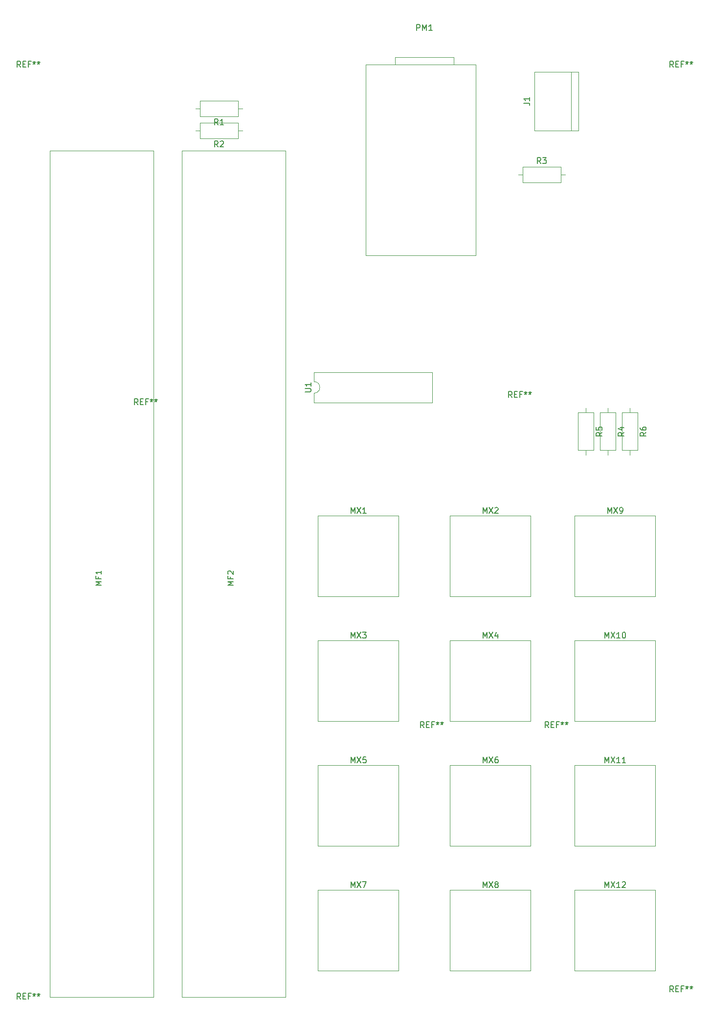
<source format=gbr>
%TF.GenerationSoftware,KiCad,Pcbnew,(5.1.8)-1*%
%TF.CreationDate,2020-12-16T01:27:46+01:00*%
%TF.ProjectId,pcb,7063622e-6b69-4636-9164-5f7063625858,rev?*%
%TF.SameCoordinates,Original*%
%TF.FileFunction,Legend,Top*%
%TF.FilePolarity,Positive*%
%FSLAX46Y46*%
G04 Gerber Fmt 4.6, Leading zero omitted, Abs format (unit mm)*
G04 Created by KiCad (PCBNEW (5.1.8)-1) date 2020-12-16 01:27:46*
%MOMM*%
%LPD*%
G01*
G04 APERTURE LIST*
%ADD10C,0.120000*%
%ADD11C,0.150000*%
G04 APERTURE END LIST*
D10*
%TO.C,MF2*%
X49420000Y-174100000D02*
X67420000Y-174100000D01*
X49420000Y-27600000D02*
X49420000Y-174100000D01*
X67420000Y-27600000D02*
X49420000Y-27600000D01*
X67420000Y-174100000D02*
X67420000Y-27600000D01*
%TO.C,MX1*%
X73025000Y-90805000D02*
X86995000Y-90805000D01*
X86995000Y-90805000D02*
X86995000Y-104775000D01*
X86995000Y-104775000D02*
X73025000Y-104775000D01*
X73025000Y-104775000D02*
X73025000Y-90805000D01*
%TO.C,PM1*%
X96520000Y-11430000D02*
X96520000Y-12700000D01*
X86360000Y-11430000D02*
X96520000Y-11430000D01*
X86360000Y-12700000D02*
X86360000Y-11430000D01*
X81280000Y-12700000D02*
X81280000Y-15240000D01*
X100330000Y-12700000D02*
X81280000Y-12700000D01*
X100330000Y-45720000D02*
X100330000Y-12700000D01*
X81280000Y-45720000D02*
X100330000Y-45720000D01*
X81280000Y-15240000D02*
X81280000Y-45720000D01*
%TO.C,J1*%
X118110000Y-24130000D02*
X118110000Y-13970000D01*
X110490000Y-24130000D02*
X118110000Y-24130000D01*
X110490000Y-13970000D02*
X110490000Y-24130000D01*
X118110000Y-13970000D02*
X110490000Y-13970000D01*
X116840000Y-13970000D02*
X116840000Y-24130000D01*
%TO.C,MF1*%
X44560000Y-174100000D02*
X44560000Y-27600000D01*
X44560000Y-27600000D02*
X26560000Y-27600000D01*
X26560000Y-27600000D02*
X26560000Y-174100000D01*
X26560000Y-174100000D02*
X44560000Y-174100000D01*
%TO.C,MX2*%
X95885000Y-104775000D02*
X95885000Y-90805000D01*
X109855000Y-104775000D02*
X95885000Y-104775000D01*
X109855000Y-90805000D02*
X109855000Y-104775000D01*
X95885000Y-90805000D02*
X109855000Y-90805000D01*
%TO.C,MX3*%
X73025000Y-126365000D02*
X73025000Y-112395000D01*
X86995000Y-126365000D02*
X73025000Y-126365000D01*
X86995000Y-112395000D02*
X86995000Y-126365000D01*
X73025000Y-112395000D02*
X86995000Y-112395000D01*
%TO.C,MX4*%
X95885000Y-112395000D02*
X109855000Y-112395000D01*
X109855000Y-112395000D02*
X109855000Y-126365000D01*
X109855000Y-126365000D02*
X95885000Y-126365000D01*
X95885000Y-126365000D02*
X95885000Y-112395000D01*
%TO.C,MX5*%
X73025000Y-133985000D02*
X86995000Y-133985000D01*
X86995000Y-133985000D02*
X86995000Y-147955000D01*
X86995000Y-147955000D02*
X73025000Y-147955000D01*
X73025000Y-147955000D02*
X73025000Y-133985000D01*
%TO.C,MX6*%
X95885000Y-147955000D02*
X95885000Y-133985000D01*
X109855000Y-147955000D02*
X95885000Y-147955000D01*
X109855000Y-133985000D02*
X109855000Y-147955000D01*
X95885000Y-133985000D02*
X109855000Y-133985000D01*
%TO.C,MX7*%
X73025000Y-155575000D02*
X86995000Y-155575000D01*
X86995000Y-155575000D02*
X86995000Y-169545000D01*
X86995000Y-169545000D02*
X73025000Y-169545000D01*
X73025000Y-169545000D02*
X73025000Y-155575000D01*
%TO.C,MX8*%
X95885000Y-169545000D02*
X95885000Y-155575000D01*
X109855000Y-169545000D02*
X95885000Y-169545000D01*
X109855000Y-155575000D02*
X109855000Y-169545000D01*
X95885000Y-155575000D02*
X109855000Y-155575000D01*
%TO.C,MX9*%
X117475000Y-90805000D02*
X131445000Y-90805000D01*
X131445000Y-90805000D02*
X131445000Y-104775000D01*
X131445000Y-104775000D02*
X117475000Y-104775000D01*
X117475000Y-104775000D02*
X117475000Y-90805000D01*
%TO.C,MX10*%
X117475000Y-126365000D02*
X117475000Y-112395000D01*
X131445000Y-126365000D02*
X117475000Y-126365000D01*
X131445000Y-112395000D02*
X131445000Y-126365000D01*
X117475000Y-112395000D02*
X131445000Y-112395000D01*
%TO.C,MX11*%
X117475000Y-133985000D02*
X131445000Y-133985000D01*
X131445000Y-133985000D02*
X131445000Y-147955000D01*
X131445000Y-147955000D02*
X117475000Y-147955000D01*
X117475000Y-147955000D02*
X117475000Y-133985000D01*
%TO.C,MX12*%
X117475000Y-169545000D02*
X117475000Y-155575000D01*
X131445000Y-169545000D02*
X117475000Y-169545000D01*
X131445000Y-155575000D02*
X131445000Y-169545000D01*
X117475000Y-155575000D02*
X131445000Y-155575000D01*
%TO.C,R1*%
X51840000Y-20320000D02*
X52610000Y-20320000D01*
X59920000Y-20320000D02*
X59150000Y-20320000D01*
X52610000Y-21690000D02*
X59150000Y-21690000D01*
X52610000Y-18950000D02*
X52610000Y-21690000D01*
X59150000Y-18950000D02*
X52610000Y-18950000D01*
X59150000Y-21690000D02*
X59150000Y-18950000D01*
%TO.C,R2*%
X59150000Y-25500000D02*
X59150000Y-22760000D01*
X59150000Y-22760000D02*
X52610000Y-22760000D01*
X52610000Y-22760000D02*
X52610000Y-25500000D01*
X52610000Y-25500000D02*
X59150000Y-25500000D01*
X59920000Y-24130000D02*
X59150000Y-24130000D01*
X51840000Y-24130000D02*
X52610000Y-24130000D01*
%TO.C,R3*%
X108490000Y-30380000D02*
X108490000Y-33120000D01*
X108490000Y-33120000D02*
X115030000Y-33120000D01*
X115030000Y-33120000D02*
X115030000Y-30380000D01*
X115030000Y-30380000D02*
X108490000Y-30380000D01*
X107720000Y-31750000D02*
X108490000Y-31750000D01*
X115800000Y-31750000D02*
X115030000Y-31750000D01*
%TO.C,R4*%
X123190000Y-80240000D02*
X123190000Y-79470000D01*
X123190000Y-72160000D02*
X123190000Y-72930000D01*
X124560000Y-79470000D02*
X124560000Y-72930000D01*
X121820000Y-79470000D02*
X124560000Y-79470000D01*
X121820000Y-72930000D02*
X121820000Y-79470000D01*
X124560000Y-72930000D02*
X121820000Y-72930000D01*
%TO.C,R5*%
X120750000Y-72930000D02*
X118010000Y-72930000D01*
X118010000Y-72930000D02*
X118010000Y-79470000D01*
X118010000Y-79470000D02*
X120750000Y-79470000D01*
X120750000Y-79470000D02*
X120750000Y-72930000D01*
X119380000Y-72160000D02*
X119380000Y-72930000D01*
X119380000Y-80240000D02*
X119380000Y-79470000D01*
%TO.C,R6*%
X127000000Y-80240000D02*
X127000000Y-79470000D01*
X127000000Y-72160000D02*
X127000000Y-72930000D01*
X128370000Y-79470000D02*
X128370000Y-72930000D01*
X125630000Y-79470000D02*
X128370000Y-79470000D01*
X125630000Y-72930000D02*
X125630000Y-79470000D01*
X128370000Y-72930000D02*
X125630000Y-72930000D01*
%TO.C,U1*%
X72330000Y-65930000D02*
X72330000Y-67580000D01*
X92770000Y-65930000D02*
X72330000Y-65930000D01*
X92770000Y-71230000D02*
X92770000Y-65930000D01*
X72330000Y-71230000D02*
X92770000Y-71230000D01*
X72330000Y-69580000D02*
X72330000Y-71230000D01*
X72330000Y-67580000D02*
G75*
G02*
X72330000Y-69580000I0J-1000000D01*
G01*
%TO.C,REF\u002A\u002A*%
D11*
X91376666Y-127462380D02*
X91043333Y-126986190D01*
X90805238Y-127462380D02*
X90805238Y-126462380D01*
X91186190Y-126462380D01*
X91281428Y-126510000D01*
X91329047Y-126557619D01*
X91376666Y-126652857D01*
X91376666Y-126795714D01*
X91329047Y-126890952D01*
X91281428Y-126938571D01*
X91186190Y-126986190D01*
X90805238Y-126986190D01*
X91805238Y-126938571D02*
X92138571Y-126938571D01*
X92281428Y-127462380D02*
X91805238Y-127462380D01*
X91805238Y-126462380D01*
X92281428Y-126462380D01*
X93043333Y-126938571D02*
X92710000Y-126938571D01*
X92710000Y-127462380D02*
X92710000Y-126462380D01*
X93186190Y-126462380D01*
X93710000Y-126462380D02*
X93710000Y-126700476D01*
X93471904Y-126605238D02*
X93710000Y-126700476D01*
X93948095Y-126605238D01*
X93567142Y-126890952D02*
X93710000Y-126700476D01*
X93852857Y-126890952D01*
X94471904Y-126462380D02*
X94471904Y-126700476D01*
X94233809Y-126605238D02*
X94471904Y-126700476D01*
X94710000Y-126605238D01*
X94329047Y-126890952D02*
X94471904Y-126700476D01*
X94614761Y-126890952D01*
X112966666Y-127462380D02*
X112633333Y-126986190D01*
X112395238Y-127462380D02*
X112395238Y-126462380D01*
X112776190Y-126462380D01*
X112871428Y-126510000D01*
X112919047Y-126557619D01*
X112966666Y-126652857D01*
X112966666Y-126795714D01*
X112919047Y-126890952D01*
X112871428Y-126938571D01*
X112776190Y-126986190D01*
X112395238Y-126986190D01*
X113395238Y-126938571D02*
X113728571Y-126938571D01*
X113871428Y-127462380D02*
X113395238Y-127462380D01*
X113395238Y-126462380D01*
X113871428Y-126462380D01*
X114633333Y-126938571D02*
X114300000Y-126938571D01*
X114300000Y-127462380D02*
X114300000Y-126462380D01*
X114776190Y-126462380D01*
X115300000Y-126462380D02*
X115300000Y-126700476D01*
X115061904Y-126605238D02*
X115300000Y-126700476D01*
X115538095Y-126605238D01*
X115157142Y-126890952D02*
X115300000Y-126700476D01*
X115442857Y-126890952D01*
X116061904Y-126462380D02*
X116061904Y-126700476D01*
X115823809Y-126605238D02*
X116061904Y-126700476D01*
X116300000Y-126605238D01*
X115919047Y-126890952D02*
X116061904Y-126700476D01*
X116204761Y-126890952D01*
X21526666Y-13162380D02*
X21193333Y-12686190D01*
X20955238Y-13162380D02*
X20955238Y-12162380D01*
X21336190Y-12162380D01*
X21431428Y-12210000D01*
X21479047Y-12257619D01*
X21526666Y-12352857D01*
X21526666Y-12495714D01*
X21479047Y-12590952D01*
X21431428Y-12638571D01*
X21336190Y-12686190D01*
X20955238Y-12686190D01*
X21955238Y-12638571D02*
X22288571Y-12638571D01*
X22431428Y-13162380D02*
X21955238Y-13162380D01*
X21955238Y-12162380D01*
X22431428Y-12162380D01*
X23193333Y-12638571D02*
X22860000Y-12638571D01*
X22860000Y-13162380D02*
X22860000Y-12162380D01*
X23336190Y-12162380D01*
X23860000Y-12162380D02*
X23860000Y-12400476D01*
X23621904Y-12305238D02*
X23860000Y-12400476D01*
X24098095Y-12305238D01*
X23717142Y-12590952D02*
X23860000Y-12400476D01*
X24002857Y-12590952D01*
X24621904Y-12162380D02*
X24621904Y-12400476D01*
X24383809Y-12305238D02*
X24621904Y-12400476D01*
X24860000Y-12305238D01*
X24479047Y-12590952D02*
X24621904Y-12400476D01*
X24764761Y-12590952D01*
X134556666Y-13162380D02*
X134223333Y-12686190D01*
X133985238Y-13162380D02*
X133985238Y-12162380D01*
X134366190Y-12162380D01*
X134461428Y-12210000D01*
X134509047Y-12257619D01*
X134556666Y-12352857D01*
X134556666Y-12495714D01*
X134509047Y-12590952D01*
X134461428Y-12638571D01*
X134366190Y-12686190D01*
X133985238Y-12686190D01*
X134985238Y-12638571D02*
X135318571Y-12638571D01*
X135461428Y-13162380D02*
X134985238Y-13162380D01*
X134985238Y-12162380D01*
X135461428Y-12162380D01*
X136223333Y-12638571D02*
X135890000Y-12638571D01*
X135890000Y-13162380D02*
X135890000Y-12162380D01*
X136366190Y-12162380D01*
X136890000Y-12162380D02*
X136890000Y-12400476D01*
X136651904Y-12305238D02*
X136890000Y-12400476D01*
X137128095Y-12305238D01*
X136747142Y-12590952D02*
X136890000Y-12400476D01*
X137032857Y-12590952D01*
X137651904Y-12162380D02*
X137651904Y-12400476D01*
X137413809Y-12305238D02*
X137651904Y-12400476D01*
X137890000Y-12305238D01*
X137509047Y-12590952D02*
X137651904Y-12400476D01*
X137794761Y-12590952D01*
X134556666Y-173182380D02*
X134223333Y-172706190D01*
X133985238Y-173182380D02*
X133985238Y-172182380D01*
X134366190Y-172182380D01*
X134461428Y-172230000D01*
X134509047Y-172277619D01*
X134556666Y-172372857D01*
X134556666Y-172515714D01*
X134509047Y-172610952D01*
X134461428Y-172658571D01*
X134366190Y-172706190D01*
X133985238Y-172706190D01*
X134985238Y-172658571D02*
X135318571Y-172658571D01*
X135461428Y-173182380D02*
X134985238Y-173182380D01*
X134985238Y-172182380D01*
X135461428Y-172182380D01*
X136223333Y-172658571D02*
X135890000Y-172658571D01*
X135890000Y-173182380D02*
X135890000Y-172182380D01*
X136366190Y-172182380D01*
X136890000Y-172182380D02*
X136890000Y-172420476D01*
X136651904Y-172325238D02*
X136890000Y-172420476D01*
X137128095Y-172325238D01*
X136747142Y-172610952D02*
X136890000Y-172420476D01*
X137032857Y-172610952D01*
X137651904Y-172182380D02*
X137651904Y-172420476D01*
X137413809Y-172325238D02*
X137651904Y-172420476D01*
X137890000Y-172325238D01*
X137509047Y-172610952D02*
X137651904Y-172420476D01*
X137794761Y-172610952D01*
X21526666Y-174452380D02*
X21193333Y-173976190D01*
X20955238Y-174452380D02*
X20955238Y-173452380D01*
X21336190Y-173452380D01*
X21431428Y-173500000D01*
X21479047Y-173547619D01*
X21526666Y-173642857D01*
X21526666Y-173785714D01*
X21479047Y-173880952D01*
X21431428Y-173928571D01*
X21336190Y-173976190D01*
X20955238Y-173976190D01*
X21955238Y-173928571D02*
X22288571Y-173928571D01*
X22431428Y-174452380D02*
X21955238Y-174452380D01*
X21955238Y-173452380D01*
X22431428Y-173452380D01*
X23193333Y-173928571D02*
X22860000Y-173928571D01*
X22860000Y-174452380D02*
X22860000Y-173452380D01*
X23336190Y-173452380D01*
X23860000Y-173452380D02*
X23860000Y-173690476D01*
X23621904Y-173595238D02*
X23860000Y-173690476D01*
X24098095Y-173595238D01*
X23717142Y-173880952D02*
X23860000Y-173690476D01*
X24002857Y-173880952D01*
X24621904Y-173452380D02*
X24621904Y-173690476D01*
X24383809Y-173595238D02*
X24621904Y-173690476D01*
X24860000Y-173595238D01*
X24479047Y-173880952D02*
X24621904Y-173690476D01*
X24764761Y-173880952D01*
X41846666Y-71582380D02*
X41513333Y-71106190D01*
X41275238Y-71582380D02*
X41275238Y-70582380D01*
X41656190Y-70582380D01*
X41751428Y-70630000D01*
X41799047Y-70677619D01*
X41846666Y-70772857D01*
X41846666Y-70915714D01*
X41799047Y-71010952D01*
X41751428Y-71058571D01*
X41656190Y-71106190D01*
X41275238Y-71106190D01*
X42275238Y-71058571D02*
X42608571Y-71058571D01*
X42751428Y-71582380D02*
X42275238Y-71582380D01*
X42275238Y-70582380D01*
X42751428Y-70582380D01*
X43513333Y-71058571D02*
X43180000Y-71058571D01*
X43180000Y-71582380D02*
X43180000Y-70582380D01*
X43656190Y-70582380D01*
X44180000Y-70582380D02*
X44180000Y-70820476D01*
X43941904Y-70725238D02*
X44180000Y-70820476D01*
X44418095Y-70725238D01*
X44037142Y-71010952D02*
X44180000Y-70820476D01*
X44322857Y-71010952D01*
X44941904Y-70582380D02*
X44941904Y-70820476D01*
X44703809Y-70725238D02*
X44941904Y-70820476D01*
X45180000Y-70725238D01*
X44799047Y-71010952D02*
X44941904Y-70820476D01*
X45084761Y-71010952D01*
%TO.C,*%
%TO.C,REF\u002A\u002A*%
X106616666Y-70312380D02*
X106283333Y-69836190D01*
X106045238Y-70312380D02*
X106045238Y-69312380D01*
X106426190Y-69312380D01*
X106521428Y-69360000D01*
X106569047Y-69407619D01*
X106616666Y-69502857D01*
X106616666Y-69645714D01*
X106569047Y-69740952D01*
X106521428Y-69788571D01*
X106426190Y-69836190D01*
X106045238Y-69836190D01*
X107045238Y-69788571D02*
X107378571Y-69788571D01*
X107521428Y-70312380D02*
X107045238Y-70312380D01*
X107045238Y-69312380D01*
X107521428Y-69312380D01*
X108283333Y-69788571D02*
X107950000Y-69788571D01*
X107950000Y-70312380D02*
X107950000Y-69312380D01*
X108426190Y-69312380D01*
X108950000Y-69312380D02*
X108950000Y-69550476D01*
X108711904Y-69455238D02*
X108950000Y-69550476D01*
X109188095Y-69455238D01*
X108807142Y-69740952D02*
X108950000Y-69550476D01*
X109092857Y-69740952D01*
X109711904Y-69312380D02*
X109711904Y-69550476D01*
X109473809Y-69455238D02*
X109711904Y-69550476D01*
X109950000Y-69455238D01*
X109569047Y-69740952D02*
X109711904Y-69550476D01*
X109854761Y-69740952D01*
%TO.C,MF2*%
X58372380Y-102838095D02*
X57372380Y-102838095D01*
X58086666Y-102504761D01*
X57372380Y-102171428D01*
X58372380Y-102171428D01*
X57848571Y-101361904D02*
X57848571Y-101695238D01*
X58372380Y-101695238D02*
X57372380Y-101695238D01*
X57372380Y-101219047D01*
X57467619Y-100885714D02*
X57420000Y-100838095D01*
X57372380Y-100742857D01*
X57372380Y-100504761D01*
X57420000Y-100409523D01*
X57467619Y-100361904D01*
X57562857Y-100314285D01*
X57658095Y-100314285D01*
X57800952Y-100361904D01*
X58372380Y-100933333D01*
X58372380Y-100314285D01*
%TO.C,MX1*%
X78724285Y-90368380D02*
X78724285Y-89368380D01*
X79057619Y-90082666D01*
X79390952Y-89368380D01*
X79390952Y-90368380D01*
X79771904Y-89368380D02*
X80438571Y-90368380D01*
X80438571Y-89368380D02*
X79771904Y-90368380D01*
X81343333Y-90368380D02*
X80771904Y-90368380D01*
X81057619Y-90368380D02*
X81057619Y-89368380D01*
X80962380Y-89511238D01*
X80867142Y-89606476D01*
X80771904Y-89654095D01*
%TO.C,PM1*%
X90130476Y-6802380D02*
X90130476Y-5802380D01*
X90511428Y-5802380D01*
X90606666Y-5850000D01*
X90654285Y-5897619D01*
X90701904Y-5992857D01*
X90701904Y-6135714D01*
X90654285Y-6230952D01*
X90606666Y-6278571D01*
X90511428Y-6326190D01*
X90130476Y-6326190D01*
X91130476Y-6802380D02*
X91130476Y-5802380D01*
X91463809Y-6516666D01*
X91797142Y-5802380D01*
X91797142Y-6802380D01*
X92797142Y-6802380D02*
X92225714Y-6802380D01*
X92511428Y-6802380D02*
X92511428Y-5802380D01*
X92416190Y-5945238D01*
X92320952Y-6040476D01*
X92225714Y-6088095D01*
%TO.C,J1*%
X108672380Y-19383333D02*
X109386666Y-19383333D01*
X109529523Y-19430952D01*
X109624761Y-19526190D01*
X109672380Y-19669047D01*
X109672380Y-19764285D01*
X109672380Y-18383333D02*
X109672380Y-18954761D01*
X109672380Y-18669047D02*
X108672380Y-18669047D01*
X108815238Y-18764285D01*
X108910476Y-18859523D01*
X108958095Y-18954761D01*
%TO.C,MF1*%
X35512380Y-102838095D02*
X34512380Y-102838095D01*
X35226666Y-102504761D01*
X34512380Y-102171428D01*
X35512380Y-102171428D01*
X34988571Y-101361904D02*
X34988571Y-101695238D01*
X35512380Y-101695238D02*
X34512380Y-101695238D01*
X34512380Y-101219047D01*
X35512380Y-100314285D02*
X35512380Y-100885714D01*
X35512380Y-100600000D02*
X34512380Y-100600000D01*
X34655238Y-100695238D01*
X34750476Y-100790476D01*
X34798095Y-100885714D01*
%TO.C,MX2*%
X101584285Y-90368380D02*
X101584285Y-89368380D01*
X101917619Y-90082666D01*
X102250952Y-89368380D01*
X102250952Y-90368380D01*
X102631904Y-89368380D02*
X103298571Y-90368380D01*
X103298571Y-89368380D02*
X102631904Y-90368380D01*
X103631904Y-89463619D02*
X103679523Y-89416000D01*
X103774761Y-89368380D01*
X104012857Y-89368380D01*
X104108095Y-89416000D01*
X104155714Y-89463619D01*
X104203333Y-89558857D01*
X104203333Y-89654095D01*
X104155714Y-89796952D01*
X103584285Y-90368380D01*
X104203333Y-90368380D01*
%TO.C,MX3*%
X78724285Y-111958380D02*
X78724285Y-110958380D01*
X79057619Y-111672666D01*
X79390952Y-110958380D01*
X79390952Y-111958380D01*
X79771904Y-110958380D02*
X80438571Y-111958380D01*
X80438571Y-110958380D02*
X79771904Y-111958380D01*
X80724285Y-110958380D02*
X81343333Y-110958380D01*
X81010000Y-111339333D01*
X81152857Y-111339333D01*
X81248095Y-111386952D01*
X81295714Y-111434571D01*
X81343333Y-111529809D01*
X81343333Y-111767904D01*
X81295714Y-111863142D01*
X81248095Y-111910761D01*
X81152857Y-111958380D01*
X80867142Y-111958380D01*
X80771904Y-111910761D01*
X80724285Y-111863142D01*
%TO.C,MX4*%
X101584285Y-111958380D02*
X101584285Y-110958380D01*
X101917619Y-111672666D01*
X102250952Y-110958380D01*
X102250952Y-111958380D01*
X102631904Y-110958380D02*
X103298571Y-111958380D01*
X103298571Y-110958380D02*
X102631904Y-111958380D01*
X104108095Y-111291714D02*
X104108095Y-111958380D01*
X103870000Y-110910761D02*
X103631904Y-111625047D01*
X104250952Y-111625047D01*
%TO.C,MX5*%
X78724285Y-133548380D02*
X78724285Y-132548380D01*
X79057619Y-133262666D01*
X79390952Y-132548380D01*
X79390952Y-133548380D01*
X79771904Y-132548380D02*
X80438571Y-133548380D01*
X80438571Y-132548380D02*
X79771904Y-133548380D01*
X81295714Y-132548380D02*
X80819523Y-132548380D01*
X80771904Y-133024571D01*
X80819523Y-132976952D01*
X80914761Y-132929333D01*
X81152857Y-132929333D01*
X81248095Y-132976952D01*
X81295714Y-133024571D01*
X81343333Y-133119809D01*
X81343333Y-133357904D01*
X81295714Y-133453142D01*
X81248095Y-133500761D01*
X81152857Y-133548380D01*
X80914761Y-133548380D01*
X80819523Y-133500761D01*
X80771904Y-133453142D01*
%TO.C,MX6*%
X101584285Y-133548380D02*
X101584285Y-132548380D01*
X101917619Y-133262666D01*
X102250952Y-132548380D01*
X102250952Y-133548380D01*
X102631904Y-132548380D02*
X103298571Y-133548380D01*
X103298571Y-132548380D02*
X102631904Y-133548380D01*
X104108095Y-132548380D02*
X103917619Y-132548380D01*
X103822380Y-132596000D01*
X103774761Y-132643619D01*
X103679523Y-132786476D01*
X103631904Y-132976952D01*
X103631904Y-133357904D01*
X103679523Y-133453142D01*
X103727142Y-133500761D01*
X103822380Y-133548380D01*
X104012857Y-133548380D01*
X104108095Y-133500761D01*
X104155714Y-133453142D01*
X104203333Y-133357904D01*
X104203333Y-133119809D01*
X104155714Y-133024571D01*
X104108095Y-132976952D01*
X104012857Y-132929333D01*
X103822380Y-132929333D01*
X103727142Y-132976952D01*
X103679523Y-133024571D01*
X103631904Y-133119809D01*
%TO.C,MX7*%
X78724285Y-155138380D02*
X78724285Y-154138380D01*
X79057619Y-154852666D01*
X79390952Y-154138380D01*
X79390952Y-155138380D01*
X79771904Y-154138380D02*
X80438571Y-155138380D01*
X80438571Y-154138380D02*
X79771904Y-155138380D01*
X80724285Y-154138380D02*
X81390952Y-154138380D01*
X80962380Y-155138380D01*
%TO.C,MX8*%
X101584285Y-155138380D02*
X101584285Y-154138380D01*
X101917619Y-154852666D01*
X102250952Y-154138380D01*
X102250952Y-155138380D01*
X102631904Y-154138380D02*
X103298571Y-155138380D01*
X103298571Y-154138380D02*
X102631904Y-155138380D01*
X103822380Y-154566952D02*
X103727142Y-154519333D01*
X103679523Y-154471714D01*
X103631904Y-154376476D01*
X103631904Y-154328857D01*
X103679523Y-154233619D01*
X103727142Y-154186000D01*
X103822380Y-154138380D01*
X104012857Y-154138380D01*
X104108095Y-154186000D01*
X104155714Y-154233619D01*
X104203333Y-154328857D01*
X104203333Y-154376476D01*
X104155714Y-154471714D01*
X104108095Y-154519333D01*
X104012857Y-154566952D01*
X103822380Y-154566952D01*
X103727142Y-154614571D01*
X103679523Y-154662190D01*
X103631904Y-154757428D01*
X103631904Y-154947904D01*
X103679523Y-155043142D01*
X103727142Y-155090761D01*
X103822380Y-155138380D01*
X104012857Y-155138380D01*
X104108095Y-155090761D01*
X104155714Y-155043142D01*
X104203333Y-154947904D01*
X104203333Y-154757428D01*
X104155714Y-154662190D01*
X104108095Y-154614571D01*
X104012857Y-154566952D01*
%TO.C,MX9*%
X123174285Y-90368380D02*
X123174285Y-89368380D01*
X123507619Y-90082666D01*
X123840952Y-89368380D01*
X123840952Y-90368380D01*
X124221904Y-89368380D02*
X124888571Y-90368380D01*
X124888571Y-89368380D02*
X124221904Y-90368380D01*
X125317142Y-90368380D02*
X125507619Y-90368380D01*
X125602857Y-90320761D01*
X125650476Y-90273142D01*
X125745714Y-90130285D01*
X125793333Y-89939809D01*
X125793333Y-89558857D01*
X125745714Y-89463619D01*
X125698095Y-89416000D01*
X125602857Y-89368380D01*
X125412380Y-89368380D01*
X125317142Y-89416000D01*
X125269523Y-89463619D01*
X125221904Y-89558857D01*
X125221904Y-89796952D01*
X125269523Y-89892190D01*
X125317142Y-89939809D01*
X125412380Y-89987428D01*
X125602857Y-89987428D01*
X125698095Y-89939809D01*
X125745714Y-89892190D01*
X125793333Y-89796952D01*
%TO.C,MX10*%
X122698095Y-111958380D02*
X122698095Y-110958380D01*
X123031428Y-111672666D01*
X123364761Y-110958380D01*
X123364761Y-111958380D01*
X123745714Y-110958380D02*
X124412380Y-111958380D01*
X124412380Y-110958380D02*
X123745714Y-111958380D01*
X125317142Y-111958380D02*
X124745714Y-111958380D01*
X125031428Y-111958380D02*
X125031428Y-110958380D01*
X124936190Y-111101238D01*
X124840952Y-111196476D01*
X124745714Y-111244095D01*
X125936190Y-110958380D02*
X126031428Y-110958380D01*
X126126666Y-111006000D01*
X126174285Y-111053619D01*
X126221904Y-111148857D01*
X126269523Y-111339333D01*
X126269523Y-111577428D01*
X126221904Y-111767904D01*
X126174285Y-111863142D01*
X126126666Y-111910761D01*
X126031428Y-111958380D01*
X125936190Y-111958380D01*
X125840952Y-111910761D01*
X125793333Y-111863142D01*
X125745714Y-111767904D01*
X125698095Y-111577428D01*
X125698095Y-111339333D01*
X125745714Y-111148857D01*
X125793333Y-111053619D01*
X125840952Y-111006000D01*
X125936190Y-110958380D01*
%TO.C,MX11*%
X122698095Y-133548380D02*
X122698095Y-132548380D01*
X123031428Y-133262666D01*
X123364761Y-132548380D01*
X123364761Y-133548380D01*
X123745714Y-132548380D02*
X124412380Y-133548380D01*
X124412380Y-132548380D02*
X123745714Y-133548380D01*
X125317142Y-133548380D02*
X124745714Y-133548380D01*
X125031428Y-133548380D02*
X125031428Y-132548380D01*
X124936190Y-132691238D01*
X124840952Y-132786476D01*
X124745714Y-132834095D01*
X126269523Y-133548380D02*
X125698095Y-133548380D01*
X125983809Y-133548380D02*
X125983809Y-132548380D01*
X125888571Y-132691238D01*
X125793333Y-132786476D01*
X125698095Y-132834095D01*
%TO.C,MX12*%
X122698095Y-155138380D02*
X122698095Y-154138380D01*
X123031428Y-154852666D01*
X123364761Y-154138380D01*
X123364761Y-155138380D01*
X123745714Y-154138380D02*
X124412380Y-155138380D01*
X124412380Y-154138380D02*
X123745714Y-155138380D01*
X125317142Y-155138380D02*
X124745714Y-155138380D01*
X125031428Y-155138380D02*
X125031428Y-154138380D01*
X124936190Y-154281238D01*
X124840952Y-154376476D01*
X124745714Y-154424095D01*
X125698095Y-154233619D02*
X125745714Y-154186000D01*
X125840952Y-154138380D01*
X126079047Y-154138380D01*
X126174285Y-154186000D01*
X126221904Y-154233619D01*
X126269523Y-154328857D01*
X126269523Y-154424095D01*
X126221904Y-154566952D01*
X125650476Y-155138380D01*
X126269523Y-155138380D01*
%TO.C,R1*%
X55713333Y-23142380D02*
X55380000Y-22666190D01*
X55141904Y-23142380D02*
X55141904Y-22142380D01*
X55522857Y-22142380D01*
X55618095Y-22190000D01*
X55665714Y-22237619D01*
X55713333Y-22332857D01*
X55713333Y-22475714D01*
X55665714Y-22570952D01*
X55618095Y-22618571D01*
X55522857Y-22666190D01*
X55141904Y-22666190D01*
X56665714Y-23142380D02*
X56094285Y-23142380D01*
X56380000Y-23142380D02*
X56380000Y-22142380D01*
X56284761Y-22285238D01*
X56189523Y-22380476D01*
X56094285Y-22428095D01*
%TO.C,R2*%
X55713333Y-26952380D02*
X55380000Y-26476190D01*
X55141904Y-26952380D02*
X55141904Y-25952380D01*
X55522857Y-25952380D01*
X55618095Y-26000000D01*
X55665714Y-26047619D01*
X55713333Y-26142857D01*
X55713333Y-26285714D01*
X55665714Y-26380952D01*
X55618095Y-26428571D01*
X55522857Y-26476190D01*
X55141904Y-26476190D01*
X56094285Y-26047619D02*
X56141904Y-26000000D01*
X56237142Y-25952380D01*
X56475238Y-25952380D01*
X56570476Y-26000000D01*
X56618095Y-26047619D01*
X56665714Y-26142857D01*
X56665714Y-26238095D01*
X56618095Y-26380952D01*
X56046666Y-26952380D01*
X56665714Y-26952380D01*
%TO.C,R3*%
X111593333Y-29832380D02*
X111260000Y-29356190D01*
X111021904Y-29832380D02*
X111021904Y-28832380D01*
X111402857Y-28832380D01*
X111498095Y-28880000D01*
X111545714Y-28927619D01*
X111593333Y-29022857D01*
X111593333Y-29165714D01*
X111545714Y-29260952D01*
X111498095Y-29308571D01*
X111402857Y-29356190D01*
X111021904Y-29356190D01*
X111926666Y-28832380D02*
X112545714Y-28832380D01*
X112212380Y-29213333D01*
X112355238Y-29213333D01*
X112450476Y-29260952D01*
X112498095Y-29308571D01*
X112545714Y-29403809D01*
X112545714Y-29641904D01*
X112498095Y-29737142D01*
X112450476Y-29784761D01*
X112355238Y-29832380D01*
X112069523Y-29832380D01*
X111974285Y-29784761D01*
X111926666Y-29737142D01*
%TO.C,R4*%
X126012380Y-76366666D02*
X125536190Y-76700000D01*
X126012380Y-76938095D02*
X125012380Y-76938095D01*
X125012380Y-76557142D01*
X125060000Y-76461904D01*
X125107619Y-76414285D01*
X125202857Y-76366666D01*
X125345714Y-76366666D01*
X125440952Y-76414285D01*
X125488571Y-76461904D01*
X125536190Y-76557142D01*
X125536190Y-76938095D01*
X125345714Y-75509523D02*
X126012380Y-75509523D01*
X124964761Y-75747619D02*
X125679047Y-75985714D01*
X125679047Y-75366666D01*
%TO.C,R5*%
X122202380Y-76366666D02*
X121726190Y-76700000D01*
X122202380Y-76938095D02*
X121202380Y-76938095D01*
X121202380Y-76557142D01*
X121250000Y-76461904D01*
X121297619Y-76414285D01*
X121392857Y-76366666D01*
X121535714Y-76366666D01*
X121630952Y-76414285D01*
X121678571Y-76461904D01*
X121726190Y-76557142D01*
X121726190Y-76938095D01*
X121202380Y-75461904D02*
X121202380Y-75938095D01*
X121678571Y-75985714D01*
X121630952Y-75938095D01*
X121583333Y-75842857D01*
X121583333Y-75604761D01*
X121630952Y-75509523D01*
X121678571Y-75461904D01*
X121773809Y-75414285D01*
X122011904Y-75414285D01*
X122107142Y-75461904D01*
X122154761Y-75509523D01*
X122202380Y-75604761D01*
X122202380Y-75842857D01*
X122154761Y-75938095D01*
X122107142Y-75985714D01*
%TO.C,R6*%
X129822380Y-76366666D02*
X129346190Y-76700000D01*
X129822380Y-76938095D02*
X128822380Y-76938095D01*
X128822380Y-76557142D01*
X128870000Y-76461904D01*
X128917619Y-76414285D01*
X129012857Y-76366666D01*
X129155714Y-76366666D01*
X129250952Y-76414285D01*
X129298571Y-76461904D01*
X129346190Y-76557142D01*
X129346190Y-76938095D01*
X128822380Y-75509523D02*
X128822380Y-75700000D01*
X128870000Y-75795238D01*
X128917619Y-75842857D01*
X129060476Y-75938095D01*
X129250952Y-75985714D01*
X129631904Y-75985714D01*
X129727142Y-75938095D01*
X129774761Y-75890476D01*
X129822380Y-75795238D01*
X129822380Y-75604761D01*
X129774761Y-75509523D01*
X129727142Y-75461904D01*
X129631904Y-75414285D01*
X129393809Y-75414285D01*
X129298571Y-75461904D01*
X129250952Y-75509523D01*
X129203333Y-75604761D01*
X129203333Y-75795238D01*
X129250952Y-75890476D01*
X129298571Y-75938095D01*
X129393809Y-75985714D01*
%TO.C,U1*%
X70782380Y-69341904D02*
X71591904Y-69341904D01*
X71687142Y-69294285D01*
X71734761Y-69246666D01*
X71782380Y-69151428D01*
X71782380Y-68960952D01*
X71734761Y-68865714D01*
X71687142Y-68818095D01*
X71591904Y-68770476D01*
X70782380Y-68770476D01*
X71782380Y-67770476D02*
X71782380Y-68341904D01*
X71782380Y-68056190D02*
X70782380Y-68056190D01*
X70925238Y-68151428D01*
X71020476Y-68246666D01*
X71068095Y-68341904D01*
%TD*%
M02*

</source>
